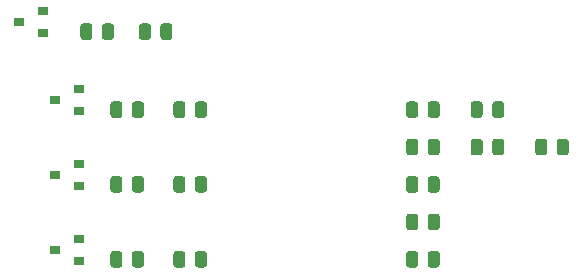
<source format=gbp>
G04 #@! TF.GenerationSoftware,KiCad,Pcbnew,(5.1.9)-1*
G04 #@! TF.CreationDate,2021-06-01T19:36:45+03:00*
G04 #@! TF.ProjectId,ESP-RGBW-3S,4553502d-5247-4425-972d-33532e6b6963,0.4*
G04 #@! TF.SameCoordinates,Original*
G04 #@! TF.FileFunction,Paste,Bot*
G04 #@! TF.FilePolarity,Positive*
%FSLAX46Y46*%
G04 Gerber Fmt 4.6, Leading zero omitted, Abs format (unit mm)*
G04 Created by KiCad (PCBNEW (5.1.9)-1) date 2021-06-01 19:36:45*
%MOMM*%
%LPD*%
G01*
G04 APERTURE LIST*
%ADD10R,0.900000X0.800000*%
G04 APERTURE END LIST*
D10*
X29099000Y-28221000D03*
X31099000Y-29171000D03*
X31099000Y-27271000D03*
G36*
G01*
X72768400Y-39243252D02*
X72768400Y-38343248D01*
G75*
G02*
X73018398Y-38093250I249998J0D01*
G01*
X73543402Y-38093250D01*
G75*
G02*
X73793400Y-38343248I0J-249998D01*
G01*
X73793400Y-39243252D01*
G75*
G02*
X73543402Y-39493250I-249998J0D01*
G01*
X73018398Y-39493250D01*
G75*
G02*
X72768400Y-39243252I0J249998D01*
G01*
G37*
G36*
G01*
X74593400Y-39243252D02*
X74593400Y-38343248D01*
G75*
G02*
X74843398Y-38093250I249998J0D01*
G01*
X75368402Y-38093250D01*
G75*
G02*
X75618400Y-38343248I0J-249998D01*
G01*
X75618400Y-39243252D01*
G75*
G02*
X75368402Y-39493250I-249998J0D01*
G01*
X74843398Y-39493250D01*
G75*
G02*
X74593400Y-39243252I0J249998D01*
G01*
G37*
G36*
G01*
X69132400Y-39243252D02*
X69132400Y-38343248D01*
G75*
G02*
X69382398Y-38093250I249998J0D01*
G01*
X69907402Y-38093250D01*
G75*
G02*
X70157400Y-38343248I0J-249998D01*
G01*
X70157400Y-39243252D01*
G75*
G02*
X69907402Y-39493250I-249998J0D01*
G01*
X69382398Y-39493250D01*
G75*
G02*
X69132400Y-39243252I0J249998D01*
G01*
G37*
G36*
G01*
X67307400Y-39243252D02*
X67307400Y-38343248D01*
G75*
G02*
X67557398Y-38093250I249998J0D01*
G01*
X68082402Y-38093250D01*
G75*
G02*
X68332400Y-38343248I0J-249998D01*
G01*
X68332400Y-39243252D01*
G75*
G02*
X68082402Y-39493250I-249998J0D01*
G01*
X67557398Y-39493250D01*
G75*
G02*
X67307400Y-39243252I0J249998D01*
G01*
G37*
G36*
G01*
X69132400Y-36075002D02*
X69132400Y-35174998D01*
G75*
G02*
X69382398Y-34925000I249998J0D01*
G01*
X69907402Y-34925000D01*
G75*
G02*
X70157400Y-35174998I0J-249998D01*
G01*
X70157400Y-36075002D01*
G75*
G02*
X69907402Y-36325000I-249998J0D01*
G01*
X69382398Y-36325000D01*
G75*
G02*
X69132400Y-36075002I0J249998D01*
G01*
G37*
G36*
G01*
X67307400Y-36075002D02*
X67307400Y-35174998D01*
G75*
G02*
X67557398Y-34925000I249998J0D01*
G01*
X68082402Y-34925000D01*
G75*
G02*
X68332400Y-35174998I0J-249998D01*
G01*
X68332400Y-36075002D01*
G75*
G02*
X68082402Y-36325000I-249998J0D01*
G01*
X67557398Y-36325000D01*
G75*
G02*
X67307400Y-36075002I0J249998D01*
G01*
G37*
X32147000Y-34825000D03*
X34147000Y-35775000D03*
X34147000Y-33875000D03*
X32147000Y-47498000D03*
X34147000Y-48448000D03*
X34147000Y-46548000D03*
X32147000Y-41148000D03*
X34147000Y-42098000D03*
X34147000Y-40198000D03*
G36*
G01*
X35287000Y-28570998D02*
X35287000Y-29471002D01*
G75*
G02*
X35037002Y-29721000I-249998J0D01*
G01*
X34511998Y-29721000D01*
G75*
G02*
X34262000Y-29471002I0J249998D01*
G01*
X34262000Y-28570998D01*
G75*
G02*
X34511998Y-28321000I249998J0D01*
G01*
X35037002Y-28321000D01*
G75*
G02*
X35287000Y-28570998I0J-249998D01*
G01*
G37*
G36*
G01*
X37112000Y-28570998D02*
X37112000Y-29471002D01*
G75*
G02*
X36862002Y-29721000I-249998J0D01*
G01*
X36336998Y-29721000D01*
G75*
G02*
X36087000Y-29471002I0J249998D01*
G01*
X36087000Y-28570998D01*
G75*
G02*
X36336998Y-28321000I249998J0D01*
G01*
X36862002Y-28321000D01*
G75*
G02*
X37112000Y-28570998I0J-249998D01*
G01*
G37*
G36*
G01*
X37827000Y-35174998D02*
X37827000Y-36075002D01*
G75*
G02*
X37577002Y-36325000I-249998J0D01*
G01*
X37051998Y-36325000D01*
G75*
G02*
X36802000Y-36075002I0J249998D01*
G01*
X36802000Y-35174998D01*
G75*
G02*
X37051998Y-34925000I249998J0D01*
G01*
X37577002Y-34925000D01*
G75*
G02*
X37827000Y-35174998I0J-249998D01*
G01*
G37*
G36*
G01*
X39652000Y-35174998D02*
X39652000Y-36075002D01*
G75*
G02*
X39402002Y-36325000I-249998J0D01*
G01*
X38876998Y-36325000D01*
G75*
G02*
X38627000Y-36075002I0J249998D01*
G01*
X38627000Y-35174998D01*
G75*
G02*
X38876998Y-34925000I249998J0D01*
G01*
X39402002Y-34925000D01*
G75*
G02*
X39652000Y-35174998I0J-249998D01*
G01*
G37*
G36*
G01*
X37827000Y-41497998D02*
X37827000Y-42398002D01*
G75*
G02*
X37577002Y-42648000I-249998J0D01*
G01*
X37051998Y-42648000D01*
G75*
G02*
X36802000Y-42398002I0J249998D01*
G01*
X36802000Y-41497998D01*
G75*
G02*
X37051998Y-41248000I249998J0D01*
G01*
X37577002Y-41248000D01*
G75*
G02*
X37827000Y-41497998I0J-249998D01*
G01*
G37*
G36*
G01*
X39652000Y-41497998D02*
X39652000Y-42398002D01*
G75*
G02*
X39402002Y-42648000I-249998J0D01*
G01*
X38876998Y-42648000D01*
G75*
G02*
X38627000Y-42398002I0J249998D01*
G01*
X38627000Y-41497998D01*
G75*
G02*
X38876998Y-41248000I249998J0D01*
G01*
X39402002Y-41248000D01*
G75*
G02*
X39652000Y-41497998I0J-249998D01*
G01*
G37*
G36*
G01*
X37827000Y-47847998D02*
X37827000Y-48748002D01*
G75*
G02*
X37577002Y-48998000I-249998J0D01*
G01*
X37051998Y-48998000D01*
G75*
G02*
X36802000Y-48748002I0J249998D01*
G01*
X36802000Y-47847998D01*
G75*
G02*
X37051998Y-47598000I249998J0D01*
G01*
X37577002Y-47598000D01*
G75*
G02*
X37827000Y-47847998I0J-249998D01*
G01*
G37*
G36*
G01*
X39652000Y-47847998D02*
X39652000Y-48748002D01*
G75*
G02*
X39402002Y-48998000I-249998J0D01*
G01*
X38876998Y-48998000D01*
G75*
G02*
X38627000Y-48748002I0J249998D01*
G01*
X38627000Y-47847998D01*
G75*
G02*
X38876998Y-47598000I249998J0D01*
G01*
X39402002Y-47598000D01*
G75*
G02*
X39652000Y-47847998I0J-249998D01*
G01*
G37*
G36*
G01*
X43161000Y-47847998D02*
X43161000Y-48748002D01*
G75*
G02*
X42911002Y-48998000I-249998J0D01*
G01*
X42385998Y-48998000D01*
G75*
G02*
X42136000Y-48748002I0J249998D01*
G01*
X42136000Y-47847998D01*
G75*
G02*
X42385998Y-47598000I249998J0D01*
G01*
X42911002Y-47598000D01*
G75*
G02*
X43161000Y-47847998I0J-249998D01*
G01*
G37*
G36*
G01*
X44986000Y-47847998D02*
X44986000Y-48748002D01*
G75*
G02*
X44736002Y-48998000I-249998J0D01*
G01*
X44210998Y-48998000D01*
G75*
G02*
X43961000Y-48748002I0J249998D01*
G01*
X43961000Y-47847998D01*
G75*
G02*
X44210998Y-47598000I249998J0D01*
G01*
X44736002Y-47598000D01*
G75*
G02*
X44986000Y-47847998I0J-249998D01*
G01*
G37*
G36*
G01*
X43161000Y-41497998D02*
X43161000Y-42398002D01*
G75*
G02*
X42911002Y-42648000I-249998J0D01*
G01*
X42385998Y-42648000D01*
G75*
G02*
X42136000Y-42398002I0J249998D01*
G01*
X42136000Y-41497998D01*
G75*
G02*
X42385998Y-41248000I249998J0D01*
G01*
X42911002Y-41248000D01*
G75*
G02*
X43161000Y-41497998I0J-249998D01*
G01*
G37*
G36*
G01*
X44986000Y-41497998D02*
X44986000Y-42398002D01*
G75*
G02*
X44736002Y-42648000I-249998J0D01*
G01*
X44210998Y-42648000D01*
G75*
G02*
X43961000Y-42398002I0J249998D01*
G01*
X43961000Y-41497998D01*
G75*
G02*
X44210998Y-41248000I249998J0D01*
G01*
X44736002Y-41248000D01*
G75*
G02*
X44986000Y-41497998I0J-249998D01*
G01*
G37*
G36*
G01*
X43161000Y-35174998D02*
X43161000Y-36075002D01*
G75*
G02*
X42911002Y-36325000I-249998J0D01*
G01*
X42385998Y-36325000D01*
G75*
G02*
X42136000Y-36075002I0J249998D01*
G01*
X42136000Y-35174998D01*
G75*
G02*
X42385998Y-34925000I249998J0D01*
G01*
X42911002Y-34925000D01*
G75*
G02*
X43161000Y-35174998I0J-249998D01*
G01*
G37*
G36*
G01*
X44986000Y-35174998D02*
X44986000Y-36075002D01*
G75*
G02*
X44736002Y-36325000I-249998J0D01*
G01*
X44210998Y-36325000D01*
G75*
G02*
X43961000Y-36075002I0J249998D01*
G01*
X43961000Y-35174998D01*
G75*
G02*
X44210998Y-34925000I249998J0D01*
G01*
X44736002Y-34925000D01*
G75*
G02*
X44986000Y-35174998I0J-249998D01*
G01*
G37*
G36*
G01*
X40240000Y-28570998D02*
X40240000Y-29471002D01*
G75*
G02*
X39990002Y-29721000I-249998J0D01*
G01*
X39464998Y-29721000D01*
G75*
G02*
X39215000Y-29471002I0J249998D01*
G01*
X39215000Y-28570998D01*
G75*
G02*
X39464998Y-28321000I249998J0D01*
G01*
X39990002Y-28321000D01*
G75*
G02*
X40240000Y-28570998I0J-249998D01*
G01*
G37*
G36*
G01*
X42065000Y-28570998D02*
X42065000Y-29471002D01*
G75*
G02*
X41815002Y-29721000I-249998J0D01*
G01*
X41289998Y-29721000D01*
G75*
G02*
X41040000Y-29471002I0J249998D01*
G01*
X41040000Y-28570998D01*
G75*
G02*
X41289998Y-28321000I249998J0D01*
G01*
X41815002Y-28321000D01*
G75*
G02*
X42065000Y-28570998I0J-249998D01*
G01*
G37*
G36*
G01*
X62871400Y-38343248D02*
X62871400Y-39243252D01*
G75*
G02*
X62621402Y-39493250I-249998J0D01*
G01*
X62096398Y-39493250D01*
G75*
G02*
X61846400Y-39243252I0J249998D01*
G01*
X61846400Y-38343248D01*
G75*
G02*
X62096398Y-38093250I249998J0D01*
G01*
X62621402Y-38093250D01*
G75*
G02*
X62871400Y-38343248I0J-249998D01*
G01*
G37*
G36*
G01*
X64696400Y-38343248D02*
X64696400Y-39243252D01*
G75*
G02*
X64446402Y-39493250I-249998J0D01*
G01*
X63921398Y-39493250D01*
G75*
G02*
X63671400Y-39243252I0J249998D01*
G01*
X63671400Y-38343248D01*
G75*
G02*
X63921398Y-38093250I249998J0D01*
G01*
X64446402Y-38093250D01*
G75*
G02*
X64696400Y-38343248I0J-249998D01*
G01*
G37*
G36*
G01*
X62871400Y-41511498D02*
X62871400Y-42411502D01*
G75*
G02*
X62621402Y-42661500I-249998J0D01*
G01*
X62096398Y-42661500D01*
G75*
G02*
X61846400Y-42411502I0J249998D01*
G01*
X61846400Y-41511498D01*
G75*
G02*
X62096398Y-41261500I249998J0D01*
G01*
X62621402Y-41261500D01*
G75*
G02*
X62871400Y-41511498I0J-249998D01*
G01*
G37*
G36*
G01*
X64696400Y-41511498D02*
X64696400Y-42411502D01*
G75*
G02*
X64446402Y-42661500I-249998J0D01*
G01*
X63921398Y-42661500D01*
G75*
G02*
X63671400Y-42411502I0J249998D01*
G01*
X63671400Y-41511498D01*
G75*
G02*
X63921398Y-41261500I249998J0D01*
G01*
X64446402Y-41261500D01*
G75*
G02*
X64696400Y-41511498I0J-249998D01*
G01*
G37*
G36*
G01*
X62871400Y-44679748D02*
X62871400Y-45579752D01*
G75*
G02*
X62621402Y-45829750I-249998J0D01*
G01*
X62096398Y-45829750D01*
G75*
G02*
X61846400Y-45579752I0J249998D01*
G01*
X61846400Y-44679748D01*
G75*
G02*
X62096398Y-44429750I249998J0D01*
G01*
X62621402Y-44429750D01*
G75*
G02*
X62871400Y-44679748I0J-249998D01*
G01*
G37*
G36*
G01*
X64696400Y-44679748D02*
X64696400Y-45579752D01*
G75*
G02*
X64446402Y-45829750I-249998J0D01*
G01*
X63921398Y-45829750D01*
G75*
G02*
X63671400Y-45579752I0J249998D01*
G01*
X63671400Y-44679748D01*
G75*
G02*
X63921398Y-44429750I249998J0D01*
G01*
X64446402Y-44429750D01*
G75*
G02*
X64696400Y-44679748I0J-249998D01*
G01*
G37*
G36*
G01*
X62871400Y-47847998D02*
X62871400Y-48748002D01*
G75*
G02*
X62621402Y-48998000I-249998J0D01*
G01*
X62096398Y-48998000D01*
G75*
G02*
X61846400Y-48748002I0J249998D01*
G01*
X61846400Y-47847998D01*
G75*
G02*
X62096398Y-47598000I249998J0D01*
G01*
X62621402Y-47598000D01*
G75*
G02*
X62871400Y-47847998I0J-249998D01*
G01*
G37*
G36*
G01*
X64696400Y-47847998D02*
X64696400Y-48748002D01*
G75*
G02*
X64446402Y-48998000I-249998J0D01*
G01*
X63921398Y-48998000D01*
G75*
G02*
X63671400Y-48748002I0J249998D01*
G01*
X63671400Y-47847998D01*
G75*
G02*
X63921398Y-47598000I249998J0D01*
G01*
X64446402Y-47598000D01*
G75*
G02*
X64696400Y-47847998I0J-249998D01*
G01*
G37*
G36*
G01*
X62871400Y-35174998D02*
X62871400Y-36075002D01*
G75*
G02*
X62621402Y-36325000I-249998J0D01*
G01*
X62096398Y-36325000D01*
G75*
G02*
X61846400Y-36075002I0J249998D01*
G01*
X61846400Y-35174998D01*
G75*
G02*
X62096398Y-34925000I249998J0D01*
G01*
X62621402Y-34925000D01*
G75*
G02*
X62871400Y-35174998I0J-249998D01*
G01*
G37*
G36*
G01*
X64696400Y-35174998D02*
X64696400Y-36075002D01*
G75*
G02*
X64446402Y-36325000I-249998J0D01*
G01*
X63921398Y-36325000D01*
G75*
G02*
X63671400Y-36075002I0J249998D01*
G01*
X63671400Y-35174998D01*
G75*
G02*
X63921398Y-34925000I249998J0D01*
G01*
X64446402Y-34925000D01*
G75*
G02*
X64696400Y-35174998I0J-249998D01*
G01*
G37*
M02*

</source>
